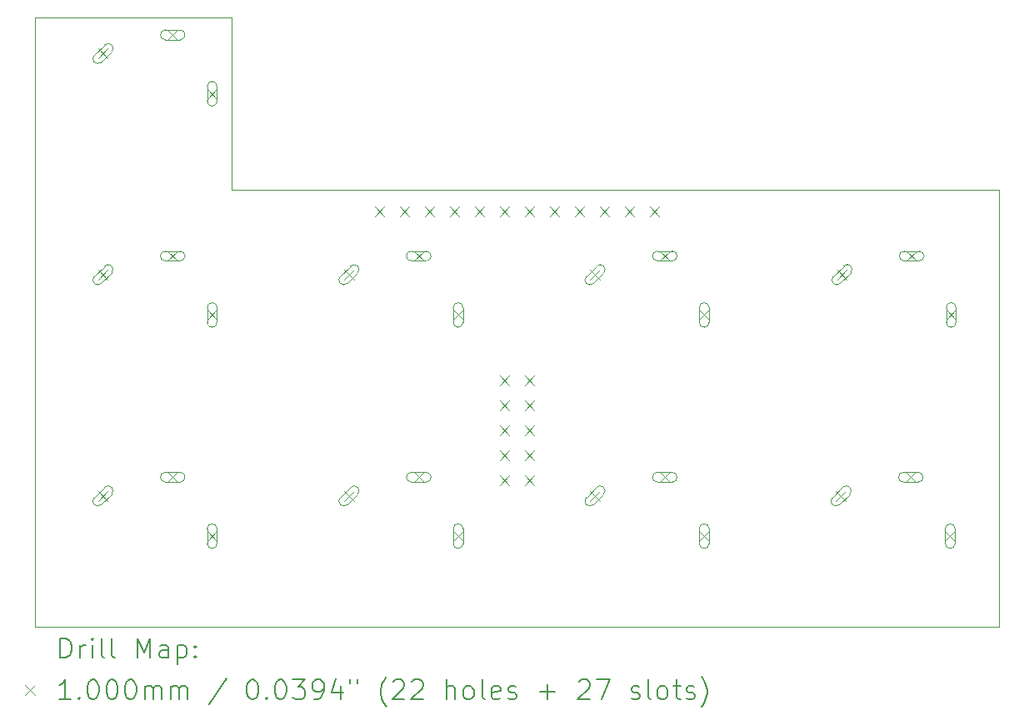
<source format=gbr>
%TF.GenerationSoftware,KiCad,Pcbnew,8.0.3*%
%TF.CreationDate,2024-09-16T16:49:55+02:00*%
%TF.ProjectId,DMH_VCO_40106_PCB_Connectors,444d485f-5643-44f5-9f34-303130365f50,1*%
%TF.SameCoordinates,Original*%
%TF.FileFunction,Drillmap*%
%TF.FilePolarity,Positive*%
%FSLAX45Y45*%
G04 Gerber Fmt 4.5, Leading zero omitted, Abs format (unit mm)*
G04 Created by KiCad (PCBNEW 8.0.3) date 2024-09-16 16:49:55*
%MOMM*%
%LPD*%
G01*
G04 APERTURE LIST*
%ADD10C,0.050000*%
%ADD11C,0.200000*%
%ADD12C,0.100000*%
G04 APERTURE END LIST*
D10*
X5100000Y-17550000D02*
X7100000Y-17550000D01*
X7100000Y-17550000D02*
X7100000Y-19300000D01*
X5100000Y-23750000D02*
X14900000Y-23750000D01*
X5100000Y-17550000D02*
X5100000Y-23750000D01*
X7100000Y-19300000D02*
X14900000Y-19300000D01*
X14900000Y-23750000D02*
X14900000Y-19300000D01*
D11*
D12*
X5740381Y-17865381D02*
X5840381Y-17965381D01*
X5840381Y-17865381D02*
X5740381Y-17965381D01*
X5808059Y-17826993D02*
X5701993Y-17933059D01*
X5772703Y-18003769D02*
G75*
G02*
X5701993Y-17933059I-35355J35355D01*
G01*
X5772703Y-18003769D02*
X5878769Y-17897703D01*
X5878769Y-17897703D02*
G75*
G03*
X5808059Y-17826993I-35355J35355D01*
G01*
X5740381Y-20115381D02*
X5840381Y-20215381D01*
X5840381Y-20115381D02*
X5740381Y-20215381D01*
X5808059Y-20076993D02*
X5701993Y-20183059D01*
X5772703Y-20253769D02*
G75*
G02*
X5701993Y-20183059I-35355J35355D01*
G01*
X5772703Y-20253769D02*
X5878769Y-20147703D01*
X5878769Y-20147703D02*
G75*
G03*
X5808059Y-20076993I-35355J35355D01*
G01*
X5740381Y-22365381D02*
X5840381Y-22465381D01*
X5840381Y-22365381D02*
X5740381Y-22465381D01*
X5808059Y-22326993D02*
X5701993Y-22433059D01*
X5772703Y-22503769D02*
G75*
G02*
X5701993Y-22433059I-35355J35355D01*
G01*
X5772703Y-22503769D02*
X5878769Y-22397703D01*
X5878769Y-22397703D02*
G75*
G03*
X5808059Y-22326993I-35355J35355D01*
G01*
X6450000Y-17675000D02*
X6550000Y-17775000D01*
X6550000Y-17675000D02*
X6450000Y-17775000D01*
X6425000Y-17775000D02*
X6575000Y-17775000D01*
X6575000Y-17675000D02*
G75*
G02*
X6575000Y-17775000I0J-50000D01*
G01*
X6575000Y-17675000D02*
X6425000Y-17675000D01*
X6425000Y-17675000D02*
G75*
G03*
X6425000Y-17775000I0J-50000D01*
G01*
X6450000Y-19925000D02*
X6550000Y-20025000D01*
X6550000Y-19925000D02*
X6450000Y-20025000D01*
X6425000Y-20025000D02*
X6575000Y-20025000D01*
X6575000Y-19925000D02*
G75*
G02*
X6575000Y-20025000I0J-50000D01*
G01*
X6575000Y-19925000D02*
X6425000Y-19925000D01*
X6425000Y-19925000D02*
G75*
G03*
X6425000Y-20025000I0J-50000D01*
G01*
X6450000Y-22175000D02*
X6550000Y-22275000D01*
X6550000Y-22175000D02*
X6450000Y-22275000D01*
X6425000Y-22275000D02*
X6575000Y-22275000D01*
X6575000Y-22175000D02*
G75*
G02*
X6575000Y-22275000I0J-50000D01*
G01*
X6575000Y-22175000D02*
X6425000Y-22175000D01*
X6425000Y-22175000D02*
G75*
G03*
X6425000Y-22275000I0J-50000D01*
G01*
X6850000Y-18275000D02*
X6950000Y-18375000D01*
X6950000Y-18275000D02*
X6850000Y-18375000D01*
X6850000Y-18250000D02*
X6850000Y-18400000D01*
X6950000Y-18400000D02*
G75*
G02*
X6850000Y-18400000I-50000J0D01*
G01*
X6950000Y-18400000D02*
X6950000Y-18250000D01*
X6950000Y-18250000D02*
G75*
G03*
X6850000Y-18250000I-50000J0D01*
G01*
X6850000Y-20525000D02*
X6950000Y-20625000D01*
X6950000Y-20525000D02*
X6850000Y-20625000D01*
X6850000Y-20500000D02*
X6850000Y-20650000D01*
X6950000Y-20650000D02*
G75*
G02*
X6850000Y-20650000I-50000J0D01*
G01*
X6950000Y-20650000D02*
X6950000Y-20500000D01*
X6950000Y-20500000D02*
G75*
G03*
X6850000Y-20500000I-50000J0D01*
G01*
X6850000Y-22775000D02*
X6950000Y-22875000D01*
X6950000Y-22775000D02*
X6850000Y-22875000D01*
X6850000Y-22750000D02*
X6850000Y-22900000D01*
X6950000Y-22900000D02*
G75*
G02*
X6850000Y-22900000I-50000J0D01*
G01*
X6950000Y-22900000D02*
X6950000Y-22750000D01*
X6950000Y-22750000D02*
G75*
G03*
X6850000Y-22750000I-50000J0D01*
G01*
X8240381Y-20115381D02*
X8340381Y-20215381D01*
X8340381Y-20115381D02*
X8240381Y-20215381D01*
X8308059Y-20076993D02*
X8201993Y-20183059D01*
X8272703Y-20253769D02*
G75*
G02*
X8201993Y-20183059I-35355J35355D01*
G01*
X8272703Y-20253769D02*
X8378769Y-20147703D01*
X8378769Y-20147703D02*
G75*
G03*
X8308059Y-20076993I-35355J35355D01*
G01*
X8240381Y-22365381D02*
X8340381Y-22465381D01*
X8340381Y-22365381D02*
X8240381Y-22465381D01*
X8308059Y-22326993D02*
X8201993Y-22433059D01*
X8272703Y-22503769D02*
G75*
G02*
X8201993Y-22433059I-35355J35355D01*
G01*
X8272703Y-22503769D02*
X8378769Y-22397703D01*
X8378769Y-22397703D02*
G75*
G03*
X8308059Y-22326993I-35355J35355D01*
G01*
X8551000Y-19475000D02*
X8651000Y-19575000D01*
X8651000Y-19475000D02*
X8551000Y-19575000D01*
X8805000Y-19475000D02*
X8905000Y-19575000D01*
X8905000Y-19475000D02*
X8805000Y-19575000D01*
X8950000Y-19925000D02*
X9050000Y-20025000D01*
X9050000Y-19925000D02*
X8950000Y-20025000D01*
X8925000Y-20025000D02*
X9075000Y-20025000D01*
X9075000Y-19925000D02*
G75*
G02*
X9075000Y-20025000I0J-50000D01*
G01*
X9075000Y-19925000D02*
X8925000Y-19925000D01*
X8925000Y-19925000D02*
G75*
G03*
X8925000Y-20025000I0J-50000D01*
G01*
X8950000Y-22175000D02*
X9050000Y-22275000D01*
X9050000Y-22175000D02*
X8950000Y-22275000D01*
X8925000Y-22275000D02*
X9075000Y-22275000D01*
X9075000Y-22175000D02*
G75*
G02*
X9075000Y-22275000I0J-50000D01*
G01*
X9075000Y-22175000D02*
X8925000Y-22175000D01*
X8925000Y-22175000D02*
G75*
G03*
X8925000Y-22275000I0J-50000D01*
G01*
X9059000Y-19475000D02*
X9159000Y-19575000D01*
X9159000Y-19475000D02*
X9059000Y-19575000D01*
X9313000Y-19475000D02*
X9413000Y-19575000D01*
X9413000Y-19475000D02*
X9313000Y-19575000D01*
X9350000Y-20525000D02*
X9450000Y-20625000D01*
X9450000Y-20525000D02*
X9350000Y-20625000D01*
X9350000Y-20500000D02*
X9350000Y-20650000D01*
X9450000Y-20650000D02*
G75*
G02*
X9350000Y-20650000I-50000J0D01*
G01*
X9450000Y-20650000D02*
X9450000Y-20500000D01*
X9450000Y-20500000D02*
G75*
G03*
X9350000Y-20500000I-50000J0D01*
G01*
X9350000Y-22775000D02*
X9450000Y-22875000D01*
X9450000Y-22775000D02*
X9350000Y-22875000D01*
X9350000Y-22750000D02*
X9350000Y-22900000D01*
X9450000Y-22900000D02*
G75*
G02*
X9350000Y-22900000I-50000J0D01*
G01*
X9450000Y-22900000D02*
X9450000Y-22750000D01*
X9450000Y-22750000D02*
G75*
G03*
X9350000Y-22750000I-50000J0D01*
G01*
X9567000Y-19475000D02*
X9667000Y-19575000D01*
X9667000Y-19475000D02*
X9567000Y-19575000D01*
X9821000Y-19475000D02*
X9921000Y-19575000D01*
X9921000Y-19475000D02*
X9821000Y-19575000D01*
X9821250Y-21192000D02*
X9921250Y-21292000D01*
X9921250Y-21192000D02*
X9821250Y-21292000D01*
X9821250Y-21446000D02*
X9921250Y-21546000D01*
X9921250Y-21446000D02*
X9821250Y-21546000D01*
X9821250Y-21700000D02*
X9921250Y-21800000D01*
X9921250Y-21700000D02*
X9821250Y-21800000D01*
X9821250Y-21954000D02*
X9921250Y-22054000D01*
X9921250Y-21954000D02*
X9821250Y-22054000D01*
X9821250Y-22208000D02*
X9921250Y-22308000D01*
X9921250Y-22208000D02*
X9821250Y-22308000D01*
X10075000Y-19475000D02*
X10175000Y-19575000D01*
X10175000Y-19475000D02*
X10075000Y-19575000D01*
X10075250Y-21192000D02*
X10175250Y-21292000D01*
X10175250Y-21192000D02*
X10075250Y-21292000D01*
X10075250Y-21446000D02*
X10175250Y-21546000D01*
X10175250Y-21446000D02*
X10075250Y-21546000D01*
X10075250Y-21700000D02*
X10175250Y-21800000D01*
X10175250Y-21700000D02*
X10075250Y-21800000D01*
X10075250Y-21954000D02*
X10175250Y-22054000D01*
X10175250Y-21954000D02*
X10075250Y-22054000D01*
X10075250Y-22208000D02*
X10175250Y-22308000D01*
X10175250Y-22208000D02*
X10075250Y-22308000D01*
X10329000Y-19475000D02*
X10429000Y-19575000D01*
X10429000Y-19475000D02*
X10329000Y-19575000D01*
X10583000Y-19475000D02*
X10683000Y-19575000D01*
X10683000Y-19475000D02*
X10583000Y-19575000D01*
X10740381Y-20115381D02*
X10840381Y-20215381D01*
X10840381Y-20115381D02*
X10740381Y-20215381D01*
X10808059Y-20076993D02*
X10701993Y-20183059D01*
X10772703Y-20253769D02*
G75*
G02*
X10701993Y-20183059I-35355J35355D01*
G01*
X10772703Y-20253769D02*
X10878769Y-20147703D01*
X10878769Y-20147703D02*
G75*
G03*
X10808059Y-20076993I-35355J35355D01*
G01*
X10740381Y-22365381D02*
X10840381Y-22465381D01*
X10840381Y-22365381D02*
X10740381Y-22465381D01*
X10808059Y-22326993D02*
X10701993Y-22433059D01*
X10772703Y-22503769D02*
G75*
G02*
X10701993Y-22433059I-35355J35355D01*
G01*
X10772703Y-22503769D02*
X10878769Y-22397703D01*
X10878769Y-22397703D02*
G75*
G03*
X10808059Y-22326993I-35355J35355D01*
G01*
X10837000Y-19475000D02*
X10937000Y-19575000D01*
X10937000Y-19475000D02*
X10837000Y-19575000D01*
X11091000Y-19475000D02*
X11191000Y-19575000D01*
X11191000Y-19475000D02*
X11091000Y-19575000D01*
X11345000Y-19475000D02*
X11445000Y-19575000D01*
X11445000Y-19475000D02*
X11345000Y-19575000D01*
X11450000Y-19925000D02*
X11550000Y-20025000D01*
X11550000Y-19925000D02*
X11450000Y-20025000D01*
X11425000Y-20025000D02*
X11575000Y-20025000D01*
X11575000Y-19925000D02*
G75*
G02*
X11575000Y-20025000I0J-50000D01*
G01*
X11575000Y-19925000D02*
X11425000Y-19925000D01*
X11425000Y-19925000D02*
G75*
G03*
X11425000Y-20025000I0J-50000D01*
G01*
X11450000Y-22175000D02*
X11550000Y-22275000D01*
X11550000Y-22175000D02*
X11450000Y-22275000D01*
X11425000Y-22275000D02*
X11575000Y-22275000D01*
X11575000Y-22175000D02*
G75*
G02*
X11575000Y-22275000I0J-50000D01*
G01*
X11575000Y-22175000D02*
X11425000Y-22175000D01*
X11425000Y-22175000D02*
G75*
G03*
X11425000Y-22275000I0J-50000D01*
G01*
X11850000Y-20525000D02*
X11950000Y-20625000D01*
X11950000Y-20525000D02*
X11850000Y-20625000D01*
X11850000Y-20500000D02*
X11850000Y-20650000D01*
X11950000Y-20650000D02*
G75*
G02*
X11850000Y-20650000I-50000J0D01*
G01*
X11950000Y-20650000D02*
X11950000Y-20500000D01*
X11950000Y-20500000D02*
G75*
G03*
X11850000Y-20500000I-50000J0D01*
G01*
X11850000Y-22775000D02*
X11950000Y-22875000D01*
X11950000Y-22775000D02*
X11850000Y-22875000D01*
X11850000Y-22750000D02*
X11850000Y-22900000D01*
X11950000Y-22900000D02*
G75*
G02*
X11850000Y-22900000I-50000J0D01*
G01*
X11950000Y-22900000D02*
X11950000Y-22750000D01*
X11950000Y-22750000D02*
G75*
G03*
X11850000Y-22750000I-50000J0D01*
G01*
X13240381Y-22365381D02*
X13340381Y-22465381D01*
X13340381Y-22365381D02*
X13240381Y-22465381D01*
X13308059Y-22326993D02*
X13201993Y-22433059D01*
X13272703Y-22503769D02*
G75*
G02*
X13201993Y-22433059I-35355J35355D01*
G01*
X13272703Y-22503769D02*
X13378769Y-22397703D01*
X13378769Y-22397703D02*
G75*
G03*
X13308059Y-22326993I-35355J35355D01*
G01*
X13250000Y-20115381D02*
X13350000Y-20215381D01*
X13350000Y-20115381D02*
X13250000Y-20215381D01*
X13317678Y-20076993D02*
X13211612Y-20183059D01*
X13282322Y-20253769D02*
G75*
G02*
X13211612Y-20183059I-35355J35355D01*
G01*
X13282322Y-20253769D02*
X13388388Y-20147703D01*
X13388388Y-20147703D02*
G75*
G03*
X13317678Y-20076993I-35355J35355D01*
G01*
X13950000Y-22175000D02*
X14050000Y-22275000D01*
X14050000Y-22175000D02*
X13950000Y-22275000D01*
X13925000Y-22275000D02*
X14075000Y-22275000D01*
X14075000Y-22175000D02*
G75*
G02*
X14075000Y-22275000I0J-50000D01*
G01*
X14075000Y-22175000D02*
X13925000Y-22175000D01*
X13925000Y-22175000D02*
G75*
G03*
X13925000Y-22275000I0J-50000D01*
G01*
X13959619Y-19925000D02*
X14059619Y-20025000D01*
X14059619Y-19925000D02*
X13959619Y-20025000D01*
X13934619Y-20025000D02*
X14084619Y-20025000D01*
X14084619Y-19925000D02*
G75*
G02*
X14084619Y-20025000I0J-50000D01*
G01*
X14084619Y-19925000D02*
X13934619Y-19925000D01*
X13934619Y-19925000D02*
G75*
G03*
X13934619Y-20025000I0J-50000D01*
G01*
X14350000Y-22775000D02*
X14450000Y-22875000D01*
X14450000Y-22775000D02*
X14350000Y-22875000D01*
X14350000Y-22750000D02*
X14350000Y-22900000D01*
X14450000Y-22900000D02*
G75*
G02*
X14350000Y-22900000I-50000J0D01*
G01*
X14450000Y-22900000D02*
X14450000Y-22750000D01*
X14450000Y-22750000D02*
G75*
G03*
X14350000Y-22750000I-50000J0D01*
G01*
X14359619Y-20525000D02*
X14459619Y-20625000D01*
X14459619Y-20525000D02*
X14359619Y-20625000D01*
X14359619Y-20500000D02*
X14359619Y-20650000D01*
X14459619Y-20650000D02*
G75*
G02*
X14359619Y-20650000I-50000J0D01*
G01*
X14459619Y-20650000D02*
X14459619Y-20500000D01*
X14459619Y-20500000D02*
G75*
G03*
X14359619Y-20500000I-50000J0D01*
G01*
D11*
X5358277Y-24063984D02*
X5358277Y-23863984D01*
X5358277Y-23863984D02*
X5405896Y-23863984D01*
X5405896Y-23863984D02*
X5434467Y-23873508D01*
X5434467Y-23873508D02*
X5453515Y-23892555D01*
X5453515Y-23892555D02*
X5463039Y-23911603D01*
X5463039Y-23911603D02*
X5472563Y-23949698D01*
X5472563Y-23949698D02*
X5472563Y-23978269D01*
X5472563Y-23978269D02*
X5463039Y-24016365D01*
X5463039Y-24016365D02*
X5453515Y-24035412D01*
X5453515Y-24035412D02*
X5434467Y-24054460D01*
X5434467Y-24054460D02*
X5405896Y-24063984D01*
X5405896Y-24063984D02*
X5358277Y-24063984D01*
X5558277Y-24063984D02*
X5558277Y-23930650D01*
X5558277Y-23968746D02*
X5567801Y-23949698D01*
X5567801Y-23949698D02*
X5577324Y-23940174D01*
X5577324Y-23940174D02*
X5596372Y-23930650D01*
X5596372Y-23930650D02*
X5615420Y-23930650D01*
X5682086Y-24063984D02*
X5682086Y-23930650D01*
X5682086Y-23863984D02*
X5672562Y-23873508D01*
X5672562Y-23873508D02*
X5682086Y-23883031D01*
X5682086Y-23883031D02*
X5691610Y-23873508D01*
X5691610Y-23873508D02*
X5682086Y-23863984D01*
X5682086Y-23863984D02*
X5682086Y-23883031D01*
X5805896Y-24063984D02*
X5786848Y-24054460D01*
X5786848Y-24054460D02*
X5777324Y-24035412D01*
X5777324Y-24035412D02*
X5777324Y-23863984D01*
X5910658Y-24063984D02*
X5891610Y-24054460D01*
X5891610Y-24054460D02*
X5882086Y-24035412D01*
X5882086Y-24035412D02*
X5882086Y-23863984D01*
X6139229Y-24063984D02*
X6139229Y-23863984D01*
X6139229Y-23863984D02*
X6205896Y-24006841D01*
X6205896Y-24006841D02*
X6272562Y-23863984D01*
X6272562Y-23863984D02*
X6272562Y-24063984D01*
X6453515Y-24063984D02*
X6453515Y-23959222D01*
X6453515Y-23959222D02*
X6443991Y-23940174D01*
X6443991Y-23940174D02*
X6424943Y-23930650D01*
X6424943Y-23930650D02*
X6386848Y-23930650D01*
X6386848Y-23930650D02*
X6367801Y-23940174D01*
X6453515Y-24054460D02*
X6434467Y-24063984D01*
X6434467Y-24063984D02*
X6386848Y-24063984D01*
X6386848Y-24063984D02*
X6367801Y-24054460D01*
X6367801Y-24054460D02*
X6358277Y-24035412D01*
X6358277Y-24035412D02*
X6358277Y-24016365D01*
X6358277Y-24016365D02*
X6367801Y-23997317D01*
X6367801Y-23997317D02*
X6386848Y-23987793D01*
X6386848Y-23987793D02*
X6434467Y-23987793D01*
X6434467Y-23987793D02*
X6453515Y-23978269D01*
X6548753Y-23930650D02*
X6548753Y-24130650D01*
X6548753Y-23940174D02*
X6567801Y-23930650D01*
X6567801Y-23930650D02*
X6605896Y-23930650D01*
X6605896Y-23930650D02*
X6624943Y-23940174D01*
X6624943Y-23940174D02*
X6634467Y-23949698D01*
X6634467Y-23949698D02*
X6643991Y-23968746D01*
X6643991Y-23968746D02*
X6643991Y-24025888D01*
X6643991Y-24025888D02*
X6634467Y-24044936D01*
X6634467Y-24044936D02*
X6624943Y-24054460D01*
X6624943Y-24054460D02*
X6605896Y-24063984D01*
X6605896Y-24063984D02*
X6567801Y-24063984D01*
X6567801Y-24063984D02*
X6548753Y-24054460D01*
X6729705Y-24044936D02*
X6739229Y-24054460D01*
X6739229Y-24054460D02*
X6729705Y-24063984D01*
X6729705Y-24063984D02*
X6720182Y-24054460D01*
X6720182Y-24054460D02*
X6729705Y-24044936D01*
X6729705Y-24044936D02*
X6729705Y-24063984D01*
X6729705Y-23940174D02*
X6739229Y-23949698D01*
X6739229Y-23949698D02*
X6729705Y-23959222D01*
X6729705Y-23959222D02*
X6720182Y-23949698D01*
X6720182Y-23949698D02*
X6729705Y-23940174D01*
X6729705Y-23940174D02*
X6729705Y-23959222D01*
D12*
X4997500Y-24342500D02*
X5097500Y-24442500D01*
X5097500Y-24342500D02*
X4997500Y-24442500D01*
D11*
X5463039Y-24483984D02*
X5348753Y-24483984D01*
X5405896Y-24483984D02*
X5405896Y-24283984D01*
X5405896Y-24283984D02*
X5386848Y-24312555D01*
X5386848Y-24312555D02*
X5367801Y-24331603D01*
X5367801Y-24331603D02*
X5348753Y-24341127D01*
X5548753Y-24464936D02*
X5558277Y-24474460D01*
X5558277Y-24474460D02*
X5548753Y-24483984D01*
X5548753Y-24483984D02*
X5539229Y-24474460D01*
X5539229Y-24474460D02*
X5548753Y-24464936D01*
X5548753Y-24464936D02*
X5548753Y-24483984D01*
X5682086Y-24283984D02*
X5701134Y-24283984D01*
X5701134Y-24283984D02*
X5720182Y-24293508D01*
X5720182Y-24293508D02*
X5729705Y-24303031D01*
X5729705Y-24303031D02*
X5739229Y-24322079D01*
X5739229Y-24322079D02*
X5748753Y-24360174D01*
X5748753Y-24360174D02*
X5748753Y-24407793D01*
X5748753Y-24407793D02*
X5739229Y-24445888D01*
X5739229Y-24445888D02*
X5729705Y-24464936D01*
X5729705Y-24464936D02*
X5720182Y-24474460D01*
X5720182Y-24474460D02*
X5701134Y-24483984D01*
X5701134Y-24483984D02*
X5682086Y-24483984D01*
X5682086Y-24483984D02*
X5663039Y-24474460D01*
X5663039Y-24474460D02*
X5653515Y-24464936D01*
X5653515Y-24464936D02*
X5643991Y-24445888D01*
X5643991Y-24445888D02*
X5634467Y-24407793D01*
X5634467Y-24407793D02*
X5634467Y-24360174D01*
X5634467Y-24360174D02*
X5643991Y-24322079D01*
X5643991Y-24322079D02*
X5653515Y-24303031D01*
X5653515Y-24303031D02*
X5663039Y-24293508D01*
X5663039Y-24293508D02*
X5682086Y-24283984D01*
X5872562Y-24283984D02*
X5891610Y-24283984D01*
X5891610Y-24283984D02*
X5910658Y-24293508D01*
X5910658Y-24293508D02*
X5920182Y-24303031D01*
X5920182Y-24303031D02*
X5929705Y-24322079D01*
X5929705Y-24322079D02*
X5939229Y-24360174D01*
X5939229Y-24360174D02*
X5939229Y-24407793D01*
X5939229Y-24407793D02*
X5929705Y-24445888D01*
X5929705Y-24445888D02*
X5920182Y-24464936D01*
X5920182Y-24464936D02*
X5910658Y-24474460D01*
X5910658Y-24474460D02*
X5891610Y-24483984D01*
X5891610Y-24483984D02*
X5872562Y-24483984D01*
X5872562Y-24483984D02*
X5853515Y-24474460D01*
X5853515Y-24474460D02*
X5843991Y-24464936D01*
X5843991Y-24464936D02*
X5834467Y-24445888D01*
X5834467Y-24445888D02*
X5824943Y-24407793D01*
X5824943Y-24407793D02*
X5824943Y-24360174D01*
X5824943Y-24360174D02*
X5834467Y-24322079D01*
X5834467Y-24322079D02*
X5843991Y-24303031D01*
X5843991Y-24303031D02*
X5853515Y-24293508D01*
X5853515Y-24293508D02*
X5872562Y-24283984D01*
X6063039Y-24283984D02*
X6082086Y-24283984D01*
X6082086Y-24283984D02*
X6101134Y-24293508D01*
X6101134Y-24293508D02*
X6110658Y-24303031D01*
X6110658Y-24303031D02*
X6120182Y-24322079D01*
X6120182Y-24322079D02*
X6129705Y-24360174D01*
X6129705Y-24360174D02*
X6129705Y-24407793D01*
X6129705Y-24407793D02*
X6120182Y-24445888D01*
X6120182Y-24445888D02*
X6110658Y-24464936D01*
X6110658Y-24464936D02*
X6101134Y-24474460D01*
X6101134Y-24474460D02*
X6082086Y-24483984D01*
X6082086Y-24483984D02*
X6063039Y-24483984D01*
X6063039Y-24483984D02*
X6043991Y-24474460D01*
X6043991Y-24474460D02*
X6034467Y-24464936D01*
X6034467Y-24464936D02*
X6024943Y-24445888D01*
X6024943Y-24445888D02*
X6015420Y-24407793D01*
X6015420Y-24407793D02*
X6015420Y-24360174D01*
X6015420Y-24360174D02*
X6024943Y-24322079D01*
X6024943Y-24322079D02*
X6034467Y-24303031D01*
X6034467Y-24303031D02*
X6043991Y-24293508D01*
X6043991Y-24293508D02*
X6063039Y-24283984D01*
X6215420Y-24483984D02*
X6215420Y-24350650D01*
X6215420Y-24369698D02*
X6224943Y-24360174D01*
X6224943Y-24360174D02*
X6243991Y-24350650D01*
X6243991Y-24350650D02*
X6272563Y-24350650D01*
X6272563Y-24350650D02*
X6291610Y-24360174D01*
X6291610Y-24360174D02*
X6301134Y-24379222D01*
X6301134Y-24379222D02*
X6301134Y-24483984D01*
X6301134Y-24379222D02*
X6310658Y-24360174D01*
X6310658Y-24360174D02*
X6329705Y-24350650D01*
X6329705Y-24350650D02*
X6358277Y-24350650D01*
X6358277Y-24350650D02*
X6377324Y-24360174D01*
X6377324Y-24360174D02*
X6386848Y-24379222D01*
X6386848Y-24379222D02*
X6386848Y-24483984D01*
X6482086Y-24483984D02*
X6482086Y-24350650D01*
X6482086Y-24369698D02*
X6491610Y-24360174D01*
X6491610Y-24360174D02*
X6510658Y-24350650D01*
X6510658Y-24350650D02*
X6539229Y-24350650D01*
X6539229Y-24350650D02*
X6558277Y-24360174D01*
X6558277Y-24360174D02*
X6567801Y-24379222D01*
X6567801Y-24379222D02*
X6567801Y-24483984D01*
X6567801Y-24379222D02*
X6577324Y-24360174D01*
X6577324Y-24360174D02*
X6596372Y-24350650D01*
X6596372Y-24350650D02*
X6624943Y-24350650D01*
X6624943Y-24350650D02*
X6643991Y-24360174D01*
X6643991Y-24360174D02*
X6653515Y-24379222D01*
X6653515Y-24379222D02*
X6653515Y-24483984D01*
X7043991Y-24274460D02*
X6872563Y-24531603D01*
X7301134Y-24283984D02*
X7320182Y-24283984D01*
X7320182Y-24283984D02*
X7339229Y-24293508D01*
X7339229Y-24293508D02*
X7348753Y-24303031D01*
X7348753Y-24303031D02*
X7358277Y-24322079D01*
X7358277Y-24322079D02*
X7367801Y-24360174D01*
X7367801Y-24360174D02*
X7367801Y-24407793D01*
X7367801Y-24407793D02*
X7358277Y-24445888D01*
X7358277Y-24445888D02*
X7348753Y-24464936D01*
X7348753Y-24464936D02*
X7339229Y-24474460D01*
X7339229Y-24474460D02*
X7320182Y-24483984D01*
X7320182Y-24483984D02*
X7301134Y-24483984D01*
X7301134Y-24483984D02*
X7282086Y-24474460D01*
X7282086Y-24474460D02*
X7272563Y-24464936D01*
X7272563Y-24464936D02*
X7263039Y-24445888D01*
X7263039Y-24445888D02*
X7253515Y-24407793D01*
X7253515Y-24407793D02*
X7253515Y-24360174D01*
X7253515Y-24360174D02*
X7263039Y-24322079D01*
X7263039Y-24322079D02*
X7272563Y-24303031D01*
X7272563Y-24303031D02*
X7282086Y-24293508D01*
X7282086Y-24293508D02*
X7301134Y-24283984D01*
X7453515Y-24464936D02*
X7463039Y-24474460D01*
X7463039Y-24474460D02*
X7453515Y-24483984D01*
X7453515Y-24483984D02*
X7443991Y-24474460D01*
X7443991Y-24474460D02*
X7453515Y-24464936D01*
X7453515Y-24464936D02*
X7453515Y-24483984D01*
X7586848Y-24283984D02*
X7605896Y-24283984D01*
X7605896Y-24283984D02*
X7624944Y-24293508D01*
X7624944Y-24293508D02*
X7634467Y-24303031D01*
X7634467Y-24303031D02*
X7643991Y-24322079D01*
X7643991Y-24322079D02*
X7653515Y-24360174D01*
X7653515Y-24360174D02*
X7653515Y-24407793D01*
X7653515Y-24407793D02*
X7643991Y-24445888D01*
X7643991Y-24445888D02*
X7634467Y-24464936D01*
X7634467Y-24464936D02*
X7624944Y-24474460D01*
X7624944Y-24474460D02*
X7605896Y-24483984D01*
X7605896Y-24483984D02*
X7586848Y-24483984D01*
X7586848Y-24483984D02*
X7567801Y-24474460D01*
X7567801Y-24474460D02*
X7558277Y-24464936D01*
X7558277Y-24464936D02*
X7548753Y-24445888D01*
X7548753Y-24445888D02*
X7539229Y-24407793D01*
X7539229Y-24407793D02*
X7539229Y-24360174D01*
X7539229Y-24360174D02*
X7548753Y-24322079D01*
X7548753Y-24322079D02*
X7558277Y-24303031D01*
X7558277Y-24303031D02*
X7567801Y-24293508D01*
X7567801Y-24293508D02*
X7586848Y-24283984D01*
X7720182Y-24283984D02*
X7843991Y-24283984D01*
X7843991Y-24283984D02*
X7777325Y-24360174D01*
X7777325Y-24360174D02*
X7805896Y-24360174D01*
X7805896Y-24360174D02*
X7824944Y-24369698D01*
X7824944Y-24369698D02*
X7834467Y-24379222D01*
X7834467Y-24379222D02*
X7843991Y-24398269D01*
X7843991Y-24398269D02*
X7843991Y-24445888D01*
X7843991Y-24445888D02*
X7834467Y-24464936D01*
X7834467Y-24464936D02*
X7824944Y-24474460D01*
X7824944Y-24474460D02*
X7805896Y-24483984D01*
X7805896Y-24483984D02*
X7748753Y-24483984D01*
X7748753Y-24483984D02*
X7729706Y-24474460D01*
X7729706Y-24474460D02*
X7720182Y-24464936D01*
X7939229Y-24483984D02*
X7977325Y-24483984D01*
X7977325Y-24483984D02*
X7996372Y-24474460D01*
X7996372Y-24474460D02*
X8005896Y-24464936D01*
X8005896Y-24464936D02*
X8024944Y-24436365D01*
X8024944Y-24436365D02*
X8034467Y-24398269D01*
X8034467Y-24398269D02*
X8034467Y-24322079D01*
X8034467Y-24322079D02*
X8024944Y-24303031D01*
X8024944Y-24303031D02*
X8015420Y-24293508D01*
X8015420Y-24293508D02*
X7996372Y-24283984D01*
X7996372Y-24283984D02*
X7958277Y-24283984D01*
X7958277Y-24283984D02*
X7939229Y-24293508D01*
X7939229Y-24293508D02*
X7929706Y-24303031D01*
X7929706Y-24303031D02*
X7920182Y-24322079D01*
X7920182Y-24322079D02*
X7920182Y-24369698D01*
X7920182Y-24369698D02*
X7929706Y-24388746D01*
X7929706Y-24388746D02*
X7939229Y-24398269D01*
X7939229Y-24398269D02*
X7958277Y-24407793D01*
X7958277Y-24407793D02*
X7996372Y-24407793D01*
X7996372Y-24407793D02*
X8015420Y-24398269D01*
X8015420Y-24398269D02*
X8024944Y-24388746D01*
X8024944Y-24388746D02*
X8034467Y-24369698D01*
X8205896Y-24350650D02*
X8205896Y-24483984D01*
X8158277Y-24274460D02*
X8110658Y-24417317D01*
X8110658Y-24417317D02*
X8234467Y-24417317D01*
X8301134Y-24283984D02*
X8301134Y-24322079D01*
X8377325Y-24283984D02*
X8377325Y-24322079D01*
X8672563Y-24560174D02*
X8663039Y-24550650D01*
X8663039Y-24550650D02*
X8643991Y-24522079D01*
X8643991Y-24522079D02*
X8634468Y-24503031D01*
X8634468Y-24503031D02*
X8624944Y-24474460D01*
X8624944Y-24474460D02*
X8615420Y-24426841D01*
X8615420Y-24426841D02*
X8615420Y-24388746D01*
X8615420Y-24388746D02*
X8624944Y-24341127D01*
X8624944Y-24341127D02*
X8634468Y-24312555D01*
X8634468Y-24312555D02*
X8643991Y-24293508D01*
X8643991Y-24293508D02*
X8663039Y-24264936D01*
X8663039Y-24264936D02*
X8672563Y-24255412D01*
X8739230Y-24303031D02*
X8748753Y-24293508D01*
X8748753Y-24293508D02*
X8767801Y-24283984D01*
X8767801Y-24283984D02*
X8815420Y-24283984D01*
X8815420Y-24283984D02*
X8834468Y-24293508D01*
X8834468Y-24293508D02*
X8843991Y-24303031D01*
X8843991Y-24303031D02*
X8853515Y-24322079D01*
X8853515Y-24322079D02*
X8853515Y-24341127D01*
X8853515Y-24341127D02*
X8843991Y-24369698D01*
X8843991Y-24369698D02*
X8729706Y-24483984D01*
X8729706Y-24483984D02*
X8853515Y-24483984D01*
X8929706Y-24303031D02*
X8939230Y-24293508D01*
X8939230Y-24293508D02*
X8958277Y-24283984D01*
X8958277Y-24283984D02*
X9005896Y-24283984D01*
X9005896Y-24283984D02*
X9024944Y-24293508D01*
X9024944Y-24293508D02*
X9034468Y-24303031D01*
X9034468Y-24303031D02*
X9043991Y-24322079D01*
X9043991Y-24322079D02*
X9043991Y-24341127D01*
X9043991Y-24341127D02*
X9034468Y-24369698D01*
X9034468Y-24369698D02*
X8920182Y-24483984D01*
X8920182Y-24483984D02*
X9043991Y-24483984D01*
X9282087Y-24483984D02*
X9282087Y-24283984D01*
X9367801Y-24483984D02*
X9367801Y-24379222D01*
X9367801Y-24379222D02*
X9358277Y-24360174D01*
X9358277Y-24360174D02*
X9339230Y-24350650D01*
X9339230Y-24350650D02*
X9310658Y-24350650D01*
X9310658Y-24350650D02*
X9291611Y-24360174D01*
X9291611Y-24360174D02*
X9282087Y-24369698D01*
X9491611Y-24483984D02*
X9472563Y-24474460D01*
X9472563Y-24474460D02*
X9463039Y-24464936D01*
X9463039Y-24464936D02*
X9453515Y-24445888D01*
X9453515Y-24445888D02*
X9453515Y-24388746D01*
X9453515Y-24388746D02*
X9463039Y-24369698D01*
X9463039Y-24369698D02*
X9472563Y-24360174D01*
X9472563Y-24360174D02*
X9491611Y-24350650D01*
X9491611Y-24350650D02*
X9520182Y-24350650D01*
X9520182Y-24350650D02*
X9539230Y-24360174D01*
X9539230Y-24360174D02*
X9548753Y-24369698D01*
X9548753Y-24369698D02*
X9558277Y-24388746D01*
X9558277Y-24388746D02*
X9558277Y-24445888D01*
X9558277Y-24445888D02*
X9548753Y-24464936D01*
X9548753Y-24464936D02*
X9539230Y-24474460D01*
X9539230Y-24474460D02*
X9520182Y-24483984D01*
X9520182Y-24483984D02*
X9491611Y-24483984D01*
X9672563Y-24483984D02*
X9653515Y-24474460D01*
X9653515Y-24474460D02*
X9643992Y-24455412D01*
X9643992Y-24455412D02*
X9643992Y-24283984D01*
X9824944Y-24474460D02*
X9805896Y-24483984D01*
X9805896Y-24483984D02*
X9767801Y-24483984D01*
X9767801Y-24483984D02*
X9748753Y-24474460D01*
X9748753Y-24474460D02*
X9739230Y-24455412D01*
X9739230Y-24455412D02*
X9739230Y-24379222D01*
X9739230Y-24379222D02*
X9748753Y-24360174D01*
X9748753Y-24360174D02*
X9767801Y-24350650D01*
X9767801Y-24350650D02*
X9805896Y-24350650D01*
X9805896Y-24350650D02*
X9824944Y-24360174D01*
X9824944Y-24360174D02*
X9834468Y-24379222D01*
X9834468Y-24379222D02*
X9834468Y-24398269D01*
X9834468Y-24398269D02*
X9739230Y-24417317D01*
X9910658Y-24474460D02*
X9929706Y-24483984D01*
X9929706Y-24483984D02*
X9967801Y-24483984D01*
X9967801Y-24483984D02*
X9986849Y-24474460D01*
X9986849Y-24474460D02*
X9996373Y-24455412D01*
X9996373Y-24455412D02*
X9996373Y-24445888D01*
X9996373Y-24445888D02*
X9986849Y-24426841D01*
X9986849Y-24426841D02*
X9967801Y-24417317D01*
X9967801Y-24417317D02*
X9939230Y-24417317D01*
X9939230Y-24417317D02*
X9920182Y-24407793D01*
X9920182Y-24407793D02*
X9910658Y-24388746D01*
X9910658Y-24388746D02*
X9910658Y-24379222D01*
X9910658Y-24379222D02*
X9920182Y-24360174D01*
X9920182Y-24360174D02*
X9939230Y-24350650D01*
X9939230Y-24350650D02*
X9967801Y-24350650D01*
X9967801Y-24350650D02*
X9986849Y-24360174D01*
X10234468Y-24407793D02*
X10386849Y-24407793D01*
X10310658Y-24483984D02*
X10310658Y-24331603D01*
X10624944Y-24303031D02*
X10634468Y-24293508D01*
X10634468Y-24293508D02*
X10653515Y-24283984D01*
X10653515Y-24283984D02*
X10701135Y-24283984D01*
X10701135Y-24283984D02*
X10720182Y-24293508D01*
X10720182Y-24293508D02*
X10729706Y-24303031D01*
X10729706Y-24303031D02*
X10739230Y-24322079D01*
X10739230Y-24322079D02*
X10739230Y-24341127D01*
X10739230Y-24341127D02*
X10729706Y-24369698D01*
X10729706Y-24369698D02*
X10615420Y-24483984D01*
X10615420Y-24483984D02*
X10739230Y-24483984D01*
X10805896Y-24283984D02*
X10939230Y-24283984D01*
X10939230Y-24283984D02*
X10853515Y-24483984D01*
X11158277Y-24474460D02*
X11177325Y-24483984D01*
X11177325Y-24483984D02*
X11215420Y-24483984D01*
X11215420Y-24483984D02*
X11234468Y-24474460D01*
X11234468Y-24474460D02*
X11243992Y-24455412D01*
X11243992Y-24455412D02*
X11243992Y-24445888D01*
X11243992Y-24445888D02*
X11234468Y-24426841D01*
X11234468Y-24426841D02*
X11215420Y-24417317D01*
X11215420Y-24417317D02*
X11186849Y-24417317D01*
X11186849Y-24417317D02*
X11167801Y-24407793D01*
X11167801Y-24407793D02*
X11158277Y-24388746D01*
X11158277Y-24388746D02*
X11158277Y-24379222D01*
X11158277Y-24379222D02*
X11167801Y-24360174D01*
X11167801Y-24360174D02*
X11186849Y-24350650D01*
X11186849Y-24350650D02*
X11215420Y-24350650D01*
X11215420Y-24350650D02*
X11234468Y-24360174D01*
X11358277Y-24483984D02*
X11339230Y-24474460D01*
X11339230Y-24474460D02*
X11329706Y-24455412D01*
X11329706Y-24455412D02*
X11329706Y-24283984D01*
X11463039Y-24483984D02*
X11443992Y-24474460D01*
X11443992Y-24474460D02*
X11434468Y-24464936D01*
X11434468Y-24464936D02*
X11424944Y-24445888D01*
X11424944Y-24445888D02*
X11424944Y-24388746D01*
X11424944Y-24388746D02*
X11434468Y-24369698D01*
X11434468Y-24369698D02*
X11443992Y-24360174D01*
X11443992Y-24360174D02*
X11463039Y-24350650D01*
X11463039Y-24350650D02*
X11491611Y-24350650D01*
X11491611Y-24350650D02*
X11510658Y-24360174D01*
X11510658Y-24360174D02*
X11520182Y-24369698D01*
X11520182Y-24369698D02*
X11529706Y-24388746D01*
X11529706Y-24388746D02*
X11529706Y-24445888D01*
X11529706Y-24445888D02*
X11520182Y-24464936D01*
X11520182Y-24464936D02*
X11510658Y-24474460D01*
X11510658Y-24474460D02*
X11491611Y-24483984D01*
X11491611Y-24483984D02*
X11463039Y-24483984D01*
X11586849Y-24350650D02*
X11663039Y-24350650D01*
X11615420Y-24283984D02*
X11615420Y-24455412D01*
X11615420Y-24455412D02*
X11624944Y-24474460D01*
X11624944Y-24474460D02*
X11643992Y-24483984D01*
X11643992Y-24483984D02*
X11663039Y-24483984D01*
X11720182Y-24474460D02*
X11739230Y-24483984D01*
X11739230Y-24483984D02*
X11777325Y-24483984D01*
X11777325Y-24483984D02*
X11796373Y-24474460D01*
X11796373Y-24474460D02*
X11805896Y-24455412D01*
X11805896Y-24455412D02*
X11805896Y-24445888D01*
X11805896Y-24445888D02*
X11796373Y-24426841D01*
X11796373Y-24426841D02*
X11777325Y-24417317D01*
X11777325Y-24417317D02*
X11748754Y-24417317D01*
X11748754Y-24417317D02*
X11729706Y-24407793D01*
X11729706Y-24407793D02*
X11720182Y-24388746D01*
X11720182Y-24388746D02*
X11720182Y-24379222D01*
X11720182Y-24379222D02*
X11729706Y-24360174D01*
X11729706Y-24360174D02*
X11748754Y-24350650D01*
X11748754Y-24350650D02*
X11777325Y-24350650D01*
X11777325Y-24350650D02*
X11796373Y-24360174D01*
X11872563Y-24560174D02*
X11882087Y-24550650D01*
X11882087Y-24550650D02*
X11901135Y-24522079D01*
X11901135Y-24522079D02*
X11910658Y-24503031D01*
X11910658Y-24503031D02*
X11920182Y-24474460D01*
X11920182Y-24474460D02*
X11929706Y-24426841D01*
X11929706Y-24426841D02*
X11929706Y-24388746D01*
X11929706Y-24388746D02*
X11920182Y-24341127D01*
X11920182Y-24341127D02*
X11910658Y-24312555D01*
X11910658Y-24312555D02*
X11901135Y-24293508D01*
X11901135Y-24293508D02*
X11882087Y-24264936D01*
X11882087Y-24264936D02*
X11872563Y-24255412D01*
M02*

</source>
